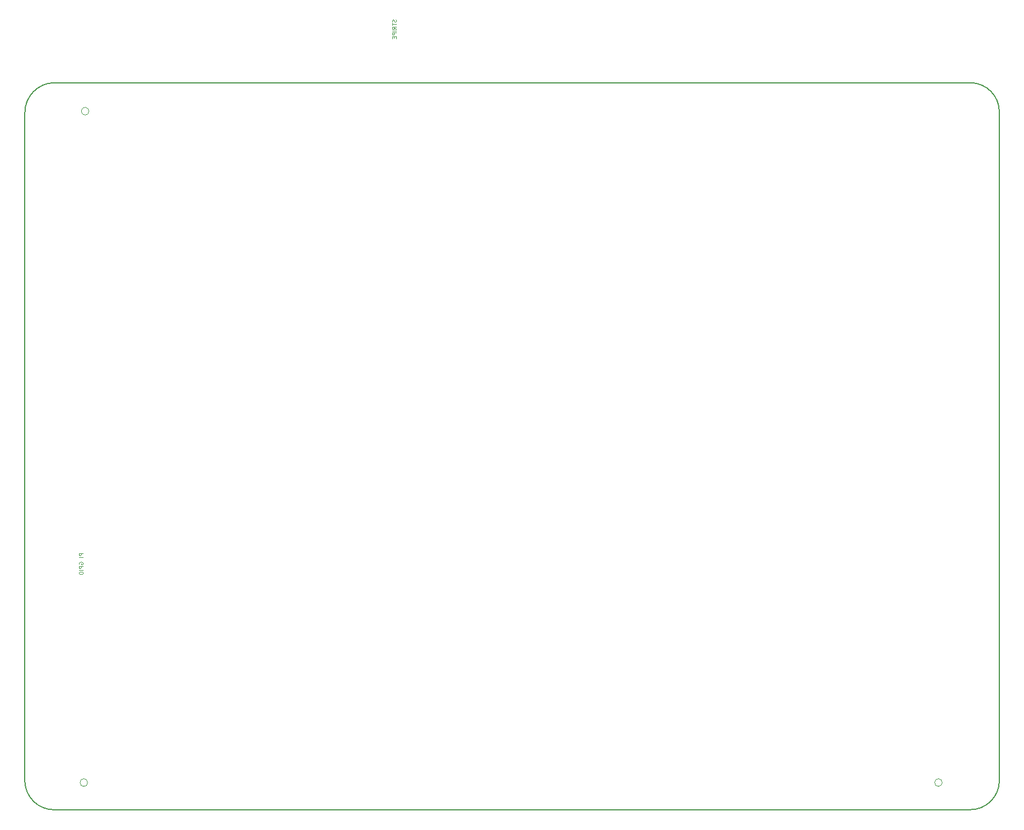
<source format=gbr>
G04 #@! TF.GenerationSoftware,KiCad,Pcbnew,(5.1.12-1-10_14)*
G04 #@! TF.CreationDate,2022-08-03T22:22:08-07:00*
G04 #@! TF.ProjectId,vca_board,7663615f-626f-4617-9264-2e6b69636164,rev?*
G04 #@! TF.SameCoordinates,Original*
G04 #@! TF.FileFunction,Legend,Bot*
G04 #@! TF.FilePolarity,Positive*
%FSLAX46Y46*%
G04 Gerber Fmt 4.6, Leading zero omitted, Abs format (unit mm)*
G04 Created by KiCad (PCBNEW (5.1.12-1-10_14)) date 2022-08-03 22:22:08*
%MOMM*%
%LPD*%
G01*
G04 APERTURE LIST*
G04 #@! TA.AperFunction,Profile*
%ADD10C,0.050000*%
G04 #@! TD*
G04 #@! TA.AperFunction,Profile*
%ADD11C,0.150000*%
G04 #@! TD*
%ADD12C,0.090000*%
G04 APERTURE END LIST*
D10*
X39376000Y-139200000D02*
G75*
G03*
X39376000Y-139200000I-576000J0D01*
G01*
X168476000Y-139200000D02*
G75*
G03*
X168476000Y-139200000I-576000J0D01*
G01*
X39576000Y-37700000D02*
G75*
G03*
X39576000Y-37700000I-576000J0D01*
G01*
D11*
X172600001Y-143299999D02*
X34300000Y-143304543D01*
D12*
X38671428Y-104514285D02*
X38071428Y-104514285D01*
X38071428Y-104742857D01*
X38100000Y-104800000D01*
X38128571Y-104828571D01*
X38185714Y-104857142D01*
X38271428Y-104857142D01*
X38328571Y-104828571D01*
X38357142Y-104800000D01*
X38385714Y-104742857D01*
X38385714Y-104514285D01*
X38671428Y-105114285D02*
X38071428Y-105114285D01*
X38100000Y-106171428D02*
X38071428Y-106114285D01*
X38071428Y-106028571D01*
X38100000Y-105942857D01*
X38157142Y-105885714D01*
X38214285Y-105857142D01*
X38328571Y-105828571D01*
X38414285Y-105828571D01*
X38528571Y-105857142D01*
X38585714Y-105885714D01*
X38642857Y-105942857D01*
X38671428Y-106028571D01*
X38671428Y-106085714D01*
X38642857Y-106171428D01*
X38614285Y-106200000D01*
X38414285Y-106200000D01*
X38414285Y-106085714D01*
X38671428Y-106457142D02*
X38071428Y-106457142D01*
X38071428Y-106685714D01*
X38100000Y-106742857D01*
X38128571Y-106771428D01*
X38185714Y-106800000D01*
X38271428Y-106800000D01*
X38328571Y-106771428D01*
X38357142Y-106742857D01*
X38385714Y-106685714D01*
X38385714Y-106457142D01*
X38671428Y-107057142D02*
X38071428Y-107057142D01*
X38071428Y-107457142D02*
X38071428Y-107571428D01*
X38100000Y-107628571D01*
X38157142Y-107685714D01*
X38271428Y-107714285D01*
X38471428Y-107714285D01*
X38585714Y-107685714D01*
X38642857Y-107628571D01*
X38671428Y-107571428D01*
X38671428Y-107457142D01*
X38642857Y-107400000D01*
X38585714Y-107342857D01*
X38471428Y-107314285D01*
X38271428Y-107314285D01*
X38157142Y-107342857D01*
X38100000Y-107400000D01*
X38071428Y-107457142D01*
X85942857Y-23885714D02*
X85971428Y-23971428D01*
X85971428Y-24114285D01*
X85942857Y-24171428D01*
X85914285Y-24200000D01*
X85857142Y-24228571D01*
X85800000Y-24228571D01*
X85742857Y-24200000D01*
X85714285Y-24171428D01*
X85685714Y-24114285D01*
X85657142Y-24000000D01*
X85628571Y-23942857D01*
X85600000Y-23914285D01*
X85542857Y-23885714D01*
X85485714Y-23885714D01*
X85428571Y-23914285D01*
X85400000Y-23942857D01*
X85371428Y-24000000D01*
X85371428Y-24142857D01*
X85400000Y-24228571D01*
X85371428Y-24400000D02*
X85371428Y-24742857D01*
X85971428Y-24571428D02*
X85371428Y-24571428D01*
X85971428Y-25285714D02*
X85685714Y-25085714D01*
X85971428Y-24942857D02*
X85371428Y-24942857D01*
X85371428Y-25171428D01*
X85400000Y-25228571D01*
X85428571Y-25257142D01*
X85485714Y-25285714D01*
X85571428Y-25285714D01*
X85628571Y-25257142D01*
X85657142Y-25228571D01*
X85685714Y-25171428D01*
X85685714Y-24942857D01*
X85971428Y-25542857D02*
X85371428Y-25542857D01*
X85971428Y-25828571D02*
X85371428Y-25828571D01*
X85371428Y-26057142D01*
X85400000Y-26114285D01*
X85428571Y-26142857D01*
X85485714Y-26171428D01*
X85571428Y-26171428D01*
X85628571Y-26142857D01*
X85657142Y-26114285D01*
X85685714Y-26057142D01*
X85685714Y-25828571D01*
X85657142Y-26428571D02*
X85657142Y-26628571D01*
X85971428Y-26714285D02*
X85971428Y-26428571D01*
X85371428Y-26428571D01*
X85371428Y-26714285D01*
D11*
X34300000Y-143304543D02*
G75*
G02*
X29900000Y-139100000I0J4404543D01*
G01*
X177101135Y-138899999D02*
G75*
G02*
X172600001Y-143299999I-4401135J-1D01*
G01*
X172700000Y-33400000D02*
G75*
G02*
X177100000Y-37800000I0J-4400000D01*
G01*
X29898889Y-37900000D02*
G75*
G02*
X34300000Y-33400000I4501111J0D01*
G01*
X29900000Y-139100000D02*
X29900000Y-37900000D01*
X177100000Y-37800000D02*
X177100000Y-138900000D01*
X34300000Y-33400000D02*
X172700000Y-33400000D01*
M02*

</source>
